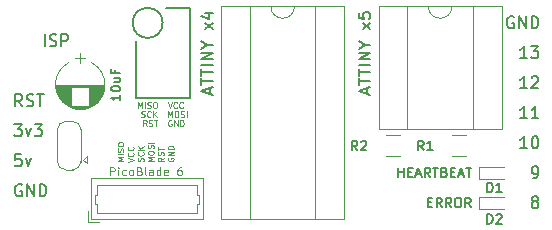
<source format=gto>
G04 #@! TF.GenerationSoftware,KiCad,Pcbnew,5.0.2-bee76a0~70~ubuntu18.04.1*
G04 #@! TF.CreationDate,2019-03-01T14:38:36+01:00*
G04 #@! TF.ProjectId,skewboards,736b6577-626f-4617-9264-732e6b696361,rev?*
G04 #@! TF.SameCoordinates,Original*
G04 #@! TF.FileFunction,Legend,Top*
G04 #@! TF.FilePolarity,Positive*
%FSLAX46Y46*%
G04 Gerber Fmt 4.6, Leading zero omitted, Abs format (unit mm)*
G04 Created by KiCad (PCBNEW 5.0.2-bee76a0~70~ubuntu18.04.1) date ven. 01 mars 2019 14:38:36 CET*
%MOMM*%
%LPD*%
G01*
G04 APERTURE LIST*
%ADD10C,0.100000*%
%ADD11C,0.120000*%
%ADD12C,0.150000*%
%ADD13C,0.200000*%
G04 APERTURE END LIST*
D10*
X67561833Y-37347190D02*
X67395166Y-37109095D01*
X67276119Y-37347190D02*
X67276119Y-36847190D01*
X67466595Y-36847190D01*
X67514214Y-36871000D01*
X67538023Y-36894809D01*
X67561833Y-36942428D01*
X67561833Y-37013857D01*
X67538023Y-37061476D01*
X67514214Y-37085285D01*
X67466595Y-37109095D01*
X67276119Y-37109095D01*
X67752309Y-37323380D02*
X67823738Y-37347190D01*
X67942785Y-37347190D01*
X67990404Y-37323380D01*
X68014214Y-37299571D01*
X68038023Y-37251952D01*
X68038023Y-37204333D01*
X68014214Y-37156714D01*
X67990404Y-37132904D01*
X67942785Y-37109095D01*
X67847547Y-37085285D01*
X67799928Y-37061476D01*
X67776119Y-37037666D01*
X67752309Y-36990047D01*
X67752309Y-36942428D01*
X67776119Y-36894809D01*
X67799928Y-36871000D01*
X67847547Y-36847190D01*
X67966595Y-36847190D01*
X68038023Y-36871000D01*
X68180880Y-36847190D02*
X68466595Y-36847190D01*
X68323738Y-37347190D02*
X68323738Y-36847190D01*
X69657071Y-36871000D02*
X69609452Y-36847190D01*
X69538023Y-36847190D01*
X69466595Y-36871000D01*
X69418976Y-36918619D01*
X69395166Y-36966238D01*
X69371357Y-37061476D01*
X69371357Y-37132904D01*
X69395166Y-37228142D01*
X69418976Y-37275761D01*
X69466595Y-37323380D01*
X69538023Y-37347190D01*
X69585642Y-37347190D01*
X69657071Y-37323380D01*
X69680880Y-37299571D01*
X69680880Y-37132904D01*
X69585642Y-37132904D01*
X69895166Y-37347190D02*
X69895166Y-36847190D01*
X70180880Y-37347190D01*
X70180880Y-36847190D01*
X70418976Y-37347190D02*
X70418976Y-36847190D01*
X70538023Y-36847190D01*
X70609452Y-36871000D01*
X70657071Y-36918619D01*
X70680880Y-36966238D01*
X70704690Y-37061476D01*
X70704690Y-37132904D01*
X70680880Y-37228142D01*
X70657071Y-37275761D01*
X70609452Y-37323380D01*
X70538023Y-37347190D01*
X70418976Y-37347190D01*
X67113428Y-36561380D02*
X67184857Y-36585190D01*
X67303904Y-36585190D01*
X67351523Y-36561380D01*
X67375333Y-36537571D01*
X67399142Y-36489952D01*
X67399142Y-36442333D01*
X67375333Y-36394714D01*
X67351523Y-36370904D01*
X67303904Y-36347095D01*
X67208666Y-36323285D01*
X67161047Y-36299476D01*
X67137238Y-36275666D01*
X67113428Y-36228047D01*
X67113428Y-36180428D01*
X67137238Y-36132809D01*
X67161047Y-36109000D01*
X67208666Y-36085190D01*
X67327714Y-36085190D01*
X67399142Y-36109000D01*
X67899142Y-36537571D02*
X67875333Y-36561380D01*
X67803904Y-36585190D01*
X67756285Y-36585190D01*
X67684857Y-36561380D01*
X67637238Y-36513761D01*
X67613428Y-36466142D01*
X67589619Y-36370904D01*
X67589619Y-36299476D01*
X67613428Y-36204238D01*
X67637238Y-36156619D01*
X67684857Y-36109000D01*
X67756285Y-36085190D01*
X67803904Y-36085190D01*
X67875333Y-36109000D01*
X67899142Y-36132809D01*
X68113428Y-36585190D02*
X68113428Y-36085190D01*
X68399142Y-36585190D02*
X68184857Y-36299476D01*
X68399142Y-36085190D02*
X68113428Y-36370904D01*
X69375333Y-36585190D02*
X69375333Y-36085190D01*
X69542000Y-36442333D01*
X69708666Y-36085190D01*
X69708666Y-36585190D01*
X70042000Y-36085190D02*
X70137238Y-36085190D01*
X70184857Y-36109000D01*
X70232476Y-36156619D01*
X70256285Y-36251857D01*
X70256285Y-36418523D01*
X70232476Y-36513761D01*
X70184857Y-36561380D01*
X70137238Y-36585190D01*
X70042000Y-36585190D01*
X69994380Y-36561380D01*
X69946761Y-36513761D01*
X69922952Y-36418523D01*
X69922952Y-36251857D01*
X69946761Y-36156619D01*
X69994380Y-36109000D01*
X70042000Y-36085190D01*
X70446761Y-36561380D02*
X70518190Y-36585190D01*
X70637238Y-36585190D01*
X70684857Y-36561380D01*
X70708666Y-36537571D01*
X70732476Y-36489952D01*
X70732476Y-36442333D01*
X70708666Y-36394714D01*
X70684857Y-36370904D01*
X70637238Y-36347095D01*
X70542000Y-36323285D01*
X70494380Y-36299476D01*
X70470571Y-36275666D01*
X70446761Y-36228047D01*
X70446761Y-36180428D01*
X70470571Y-36132809D01*
X70494380Y-36109000D01*
X70542000Y-36085190D01*
X70661047Y-36085190D01*
X70732476Y-36109000D01*
X70946761Y-36585190D02*
X70946761Y-36085190D01*
X66843547Y-35823190D02*
X66843547Y-35323190D01*
X67010214Y-35680333D01*
X67176880Y-35323190D01*
X67176880Y-35823190D01*
X67414976Y-35823190D02*
X67414976Y-35323190D01*
X67629261Y-35799380D02*
X67700690Y-35823190D01*
X67819738Y-35823190D01*
X67867357Y-35799380D01*
X67891166Y-35775571D01*
X67914976Y-35727952D01*
X67914976Y-35680333D01*
X67891166Y-35632714D01*
X67867357Y-35608904D01*
X67819738Y-35585095D01*
X67724500Y-35561285D01*
X67676880Y-35537476D01*
X67653071Y-35513666D01*
X67629261Y-35466047D01*
X67629261Y-35418428D01*
X67653071Y-35370809D01*
X67676880Y-35347000D01*
X67724500Y-35323190D01*
X67843547Y-35323190D01*
X67914976Y-35347000D01*
X68224500Y-35323190D02*
X68319738Y-35323190D01*
X68367357Y-35347000D01*
X68414976Y-35394619D01*
X68438785Y-35489857D01*
X68438785Y-35656523D01*
X68414976Y-35751761D01*
X68367357Y-35799380D01*
X68319738Y-35823190D01*
X68224500Y-35823190D01*
X68176880Y-35799380D01*
X68129261Y-35751761D01*
X68105452Y-35656523D01*
X68105452Y-35489857D01*
X68129261Y-35394619D01*
X68176880Y-35347000D01*
X68224500Y-35323190D01*
X69343547Y-35323190D02*
X69510214Y-35823190D01*
X69676880Y-35323190D01*
X70129261Y-35775571D02*
X70105452Y-35799380D01*
X70034023Y-35823190D01*
X69986404Y-35823190D01*
X69914976Y-35799380D01*
X69867357Y-35751761D01*
X69843547Y-35704142D01*
X69819738Y-35608904D01*
X69819738Y-35537476D01*
X69843547Y-35442238D01*
X69867357Y-35394619D01*
X69914976Y-35347000D01*
X69986404Y-35323190D01*
X70034023Y-35323190D01*
X70105452Y-35347000D01*
X70129261Y-35370809D01*
X70629261Y-35775571D02*
X70605452Y-35799380D01*
X70534023Y-35823190D01*
X70486404Y-35823190D01*
X70414976Y-35799380D01*
X70367357Y-35751761D01*
X70343547Y-35704142D01*
X70319738Y-35608904D01*
X70319738Y-35537476D01*
X70343547Y-35442238D01*
X70367357Y-35394619D01*
X70414976Y-35347000D01*
X70486404Y-35323190D01*
X70534023Y-35323190D01*
X70605452Y-35347000D01*
X70629261Y-35370809D01*
X65601190Y-40315952D02*
X65101190Y-40315952D01*
X65458333Y-40149285D01*
X65101190Y-39982619D01*
X65601190Y-39982619D01*
X65601190Y-39744523D02*
X65101190Y-39744523D01*
X65577380Y-39530238D02*
X65601190Y-39458809D01*
X65601190Y-39339761D01*
X65577380Y-39292142D01*
X65553571Y-39268333D01*
X65505952Y-39244523D01*
X65458333Y-39244523D01*
X65410714Y-39268333D01*
X65386904Y-39292142D01*
X65363095Y-39339761D01*
X65339285Y-39435000D01*
X65315476Y-39482619D01*
X65291666Y-39506428D01*
X65244047Y-39530238D01*
X65196428Y-39530238D01*
X65148809Y-39506428D01*
X65125000Y-39482619D01*
X65101190Y-39435000D01*
X65101190Y-39315952D01*
X65125000Y-39244523D01*
X65101190Y-38935000D02*
X65101190Y-38839761D01*
X65125000Y-38792142D01*
X65172619Y-38744523D01*
X65267857Y-38720714D01*
X65434523Y-38720714D01*
X65529761Y-38744523D01*
X65577380Y-38792142D01*
X65601190Y-38839761D01*
X65601190Y-38935000D01*
X65577380Y-38982619D01*
X65529761Y-39030238D01*
X65434523Y-39054047D01*
X65267857Y-39054047D01*
X65172619Y-39030238D01*
X65125000Y-38982619D01*
X65101190Y-38935000D01*
X65951190Y-40387380D02*
X66451190Y-40220714D01*
X65951190Y-40054047D01*
X66403571Y-39601666D02*
X66427380Y-39625476D01*
X66451190Y-39696904D01*
X66451190Y-39744523D01*
X66427380Y-39815952D01*
X66379761Y-39863571D01*
X66332142Y-39887380D01*
X66236904Y-39911190D01*
X66165476Y-39911190D01*
X66070238Y-39887380D01*
X66022619Y-39863571D01*
X65975000Y-39815952D01*
X65951190Y-39744523D01*
X65951190Y-39696904D01*
X65975000Y-39625476D01*
X65998809Y-39601666D01*
X66403571Y-39101666D02*
X66427380Y-39125476D01*
X66451190Y-39196904D01*
X66451190Y-39244523D01*
X66427380Y-39315952D01*
X66379761Y-39363571D01*
X66332142Y-39387380D01*
X66236904Y-39411190D01*
X66165476Y-39411190D01*
X66070238Y-39387380D01*
X66022619Y-39363571D01*
X65975000Y-39315952D01*
X65951190Y-39244523D01*
X65951190Y-39196904D01*
X65975000Y-39125476D01*
X65998809Y-39101666D01*
X67277380Y-40339761D02*
X67301190Y-40268333D01*
X67301190Y-40149285D01*
X67277380Y-40101666D01*
X67253571Y-40077857D01*
X67205952Y-40054047D01*
X67158333Y-40054047D01*
X67110714Y-40077857D01*
X67086904Y-40101666D01*
X67063095Y-40149285D01*
X67039285Y-40244523D01*
X67015476Y-40292142D01*
X66991666Y-40315952D01*
X66944047Y-40339761D01*
X66896428Y-40339761D01*
X66848809Y-40315952D01*
X66825000Y-40292142D01*
X66801190Y-40244523D01*
X66801190Y-40125476D01*
X66825000Y-40054047D01*
X67253571Y-39554047D02*
X67277380Y-39577857D01*
X67301190Y-39649285D01*
X67301190Y-39696904D01*
X67277380Y-39768333D01*
X67229761Y-39815952D01*
X67182142Y-39839761D01*
X67086904Y-39863571D01*
X67015476Y-39863571D01*
X66920238Y-39839761D01*
X66872619Y-39815952D01*
X66825000Y-39768333D01*
X66801190Y-39696904D01*
X66801190Y-39649285D01*
X66825000Y-39577857D01*
X66848809Y-39554047D01*
X67301190Y-39339761D02*
X66801190Y-39339761D01*
X67301190Y-39054047D02*
X67015476Y-39268333D01*
X66801190Y-39054047D02*
X67086904Y-39339761D01*
X68151190Y-40315952D02*
X67651190Y-40315952D01*
X68008333Y-40149285D01*
X67651190Y-39982619D01*
X68151190Y-39982619D01*
X67651190Y-39649285D02*
X67651190Y-39554047D01*
X67675000Y-39506428D01*
X67722619Y-39458809D01*
X67817857Y-39435000D01*
X67984523Y-39435000D01*
X68079761Y-39458809D01*
X68127380Y-39506428D01*
X68151190Y-39554047D01*
X68151190Y-39649285D01*
X68127380Y-39696904D01*
X68079761Y-39744523D01*
X67984523Y-39768333D01*
X67817857Y-39768333D01*
X67722619Y-39744523D01*
X67675000Y-39696904D01*
X67651190Y-39649285D01*
X68127380Y-39244523D02*
X68151190Y-39173095D01*
X68151190Y-39054047D01*
X68127380Y-39006428D01*
X68103571Y-38982619D01*
X68055952Y-38958809D01*
X68008333Y-38958809D01*
X67960714Y-38982619D01*
X67936904Y-39006428D01*
X67913095Y-39054047D01*
X67889285Y-39149285D01*
X67865476Y-39196904D01*
X67841666Y-39220714D01*
X67794047Y-39244523D01*
X67746428Y-39244523D01*
X67698809Y-39220714D01*
X67675000Y-39196904D01*
X67651190Y-39149285D01*
X67651190Y-39030238D01*
X67675000Y-38958809D01*
X68151190Y-38744523D02*
X67651190Y-38744523D01*
X69001190Y-40030238D02*
X68763095Y-40196904D01*
X69001190Y-40315952D02*
X68501190Y-40315952D01*
X68501190Y-40125476D01*
X68525000Y-40077857D01*
X68548809Y-40054047D01*
X68596428Y-40030238D01*
X68667857Y-40030238D01*
X68715476Y-40054047D01*
X68739285Y-40077857D01*
X68763095Y-40125476D01*
X68763095Y-40315952D01*
X68977380Y-39839761D02*
X69001190Y-39768333D01*
X69001190Y-39649285D01*
X68977380Y-39601666D01*
X68953571Y-39577857D01*
X68905952Y-39554047D01*
X68858333Y-39554047D01*
X68810714Y-39577857D01*
X68786904Y-39601666D01*
X68763095Y-39649285D01*
X68739285Y-39744523D01*
X68715476Y-39792142D01*
X68691666Y-39815952D01*
X68644047Y-39839761D01*
X68596428Y-39839761D01*
X68548809Y-39815952D01*
X68525000Y-39792142D01*
X68501190Y-39744523D01*
X68501190Y-39625476D01*
X68525000Y-39554047D01*
X68501190Y-39411190D02*
X68501190Y-39125476D01*
X69001190Y-39268333D02*
X68501190Y-39268333D01*
X69375000Y-40054047D02*
X69351190Y-40101666D01*
X69351190Y-40173095D01*
X69375000Y-40244523D01*
X69422619Y-40292142D01*
X69470238Y-40315952D01*
X69565476Y-40339761D01*
X69636904Y-40339761D01*
X69732142Y-40315952D01*
X69779761Y-40292142D01*
X69827380Y-40244523D01*
X69851190Y-40173095D01*
X69851190Y-40125476D01*
X69827380Y-40054047D01*
X69803571Y-40030238D01*
X69636904Y-40030238D01*
X69636904Y-40125476D01*
X69851190Y-39815952D02*
X69351190Y-39815952D01*
X69851190Y-39530238D01*
X69351190Y-39530238D01*
X69851190Y-39292142D02*
X69351190Y-39292142D01*
X69351190Y-39173095D01*
X69375000Y-39101666D01*
X69422619Y-39054047D01*
X69470238Y-39030238D01*
X69565476Y-39006428D01*
X69636904Y-39006428D01*
X69732142Y-39030238D01*
X69779761Y-39054047D01*
X69827380Y-39101666D01*
X69851190Y-39173095D01*
X69851190Y-39292142D01*
D11*
X64466666Y-41494047D02*
X64466666Y-40844047D01*
X64733333Y-40844047D01*
X64800000Y-40875000D01*
X64833333Y-40905952D01*
X64866666Y-40967857D01*
X64866666Y-41060714D01*
X64833333Y-41122619D01*
X64800000Y-41153571D01*
X64733333Y-41184523D01*
X64466666Y-41184523D01*
X65166666Y-41494047D02*
X65166666Y-41060714D01*
X65166666Y-40844047D02*
X65133333Y-40875000D01*
X65166666Y-40905952D01*
X65200000Y-40875000D01*
X65166666Y-40844047D01*
X65166666Y-40905952D01*
X65800000Y-41463095D02*
X65733333Y-41494047D01*
X65600000Y-41494047D01*
X65533333Y-41463095D01*
X65500000Y-41432142D01*
X65466666Y-41370238D01*
X65466666Y-41184523D01*
X65500000Y-41122619D01*
X65533333Y-41091666D01*
X65600000Y-41060714D01*
X65733333Y-41060714D01*
X65800000Y-41091666D01*
X66200000Y-41494047D02*
X66133333Y-41463095D01*
X66100000Y-41432142D01*
X66066666Y-41370238D01*
X66066666Y-41184523D01*
X66100000Y-41122619D01*
X66133333Y-41091666D01*
X66200000Y-41060714D01*
X66300000Y-41060714D01*
X66366666Y-41091666D01*
X66400000Y-41122619D01*
X66433333Y-41184523D01*
X66433333Y-41370238D01*
X66400000Y-41432142D01*
X66366666Y-41463095D01*
X66300000Y-41494047D01*
X66200000Y-41494047D01*
X66966666Y-41153571D02*
X67066666Y-41184523D01*
X67100000Y-41215476D01*
X67133333Y-41277380D01*
X67133333Y-41370238D01*
X67100000Y-41432142D01*
X67066666Y-41463095D01*
X67000000Y-41494047D01*
X66733333Y-41494047D01*
X66733333Y-40844047D01*
X66966666Y-40844047D01*
X67033333Y-40875000D01*
X67066666Y-40905952D01*
X67100000Y-40967857D01*
X67100000Y-41029761D01*
X67066666Y-41091666D01*
X67033333Y-41122619D01*
X66966666Y-41153571D01*
X66733333Y-41153571D01*
X67533333Y-41494047D02*
X67466666Y-41463095D01*
X67433333Y-41401190D01*
X67433333Y-40844047D01*
X68100000Y-41494047D02*
X68100000Y-41153571D01*
X68066666Y-41091666D01*
X68000000Y-41060714D01*
X67866666Y-41060714D01*
X67800000Y-41091666D01*
X68100000Y-41463095D02*
X68033333Y-41494047D01*
X67866666Y-41494047D01*
X67800000Y-41463095D01*
X67766666Y-41401190D01*
X67766666Y-41339285D01*
X67800000Y-41277380D01*
X67866666Y-41246428D01*
X68033333Y-41246428D01*
X68100000Y-41215476D01*
X68733333Y-41494047D02*
X68733333Y-40844047D01*
X68733333Y-41463095D02*
X68666666Y-41494047D01*
X68533333Y-41494047D01*
X68466666Y-41463095D01*
X68433333Y-41432142D01*
X68400000Y-41370238D01*
X68400000Y-41184523D01*
X68433333Y-41122619D01*
X68466666Y-41091666D01*
X68533333Y-41060714D01*
X68666666Y-41060714D01*
X68733333Y-41091666D01*
X69333333Y-41463095D02*
X69266666Y-41494047D01*
X69133333Y-41494047D01*
X69066666Y-41463095D01*
X69033333Y-41401190D01*
X69033333Y-41153571D01*
X69066666Y-41091666D01*
X69133333Y-41060714D01*
X69266666Y-41060714D01*
X69333333Y-41091666D01*
X69366666Y-41153571D01*
X69366666Y-41215476D01*
X69033333Y-41277380D01*
X70500000Y-40844047D02*
X70366666Y-40844047D01*
X70300000Y-40875000D01*
X70266666Y-40905952D01*
X70200000Y-40998809D01*
X70166666Y-41122619D01*
X70166666Y-41370238D01*
X70200000Y-41432142D01*
X70233333Y-41463095D01*
X70300000Y-41494047D01*
X70433333Y-41494047D01*
X70500000Y-41463095D01*
X70533333Y-41432142D01*
X70566666Y-41370238D01*
X70566666Y-41215476D01*
X70533333Y-41153571D01*
X70500000Y-41122619D01*
X70433333Y-41091666D01*
X70300000Y-41091666D01*
X70233333Y-41122619D01*
X70200000Y-41153571D01*
X70166666Y-41215476D01*
D12*
X58921809Y-30588380D02*
X58921809Y-29588380D01*
X59350380Y-30540761D02*
X59493238Y-30588380D01*
X59731333Y-30588380D01*
X59826571Y-30540761D01*
X59874190Y-30493142D01*
X59921809Y-30397904D01*
X59921809Y-30302666D01*
X59874190Y-30207428D01*
X59826571Y-30159809D01*
X59731333Y-30112190D01*
X59540857Y-30064571D01*
X59445619Y-30016952D01*
X59398000Y-29969333D01*
X59350380Y-29874095D01*
X59350380Y-29778857D01*
X59398000Y-29683619D01*
X59445619Y-29636000D01*
X59540857Y-29588380D01*
X59778952Y-29588380D01*
X59921809Y-29636000D01*
X60350380Y-30588380D02*
X60350380Y-29588380D01*
X60731333Y-29588380D01*
X60826571Y-29636000D01*
X60874190Y-29683619D01*
X60921809Y-29778857D01*
X60921809Y-29921714D01*
X60874190Y-30016952D01*
X60826571Y-30064571D01*
X60731333Y-30112190D01*
X60350380Y-30112190D01*
D13*
X56979904Y-42336000D02*
X56884666Y-42288380D01*
X56741809Y-42288380D01*
X56598952Y-42336000D01*
X56503714Y-42431238D01*
X56456095Y-42526476D01*
X56408476Y-42716952D01*
X56408476Y-42859809D01*
X56456095Y-43050285D01*
X56503714Y-43145523D01*
X56598952Y-43240761D01*
X56741809Y-43288380D01*
X56837047Y-43288380D01*
X56979904Y-43240761D01*
X57027523Y-43193142D01*
X57027523Y-42859809D01*
X56837047Y-42859809D01*
X57456095Y-43288380D02*
X57456095Y-42288380D01*
X58027523Y-43288380D01*
X58027523Y-42288380D01*
X58503714Y-43288380D02*
X58503714Y-42288380D01*
X58741809Y-42288380D01*
X58884666Y-42336000D01*
X58979904Y-42431238D01*
X59027523Y-42526476D01*
X59075142Y-42716952D01*
X59075142Y-42859809D01*
X59027523Y-43050285D01*
X58979904Y-43145523D01*
X58884666Y-43240761D01*
X58741809Y-43288380D01*
X58503714Y-43288380D01*
X56932285Y-39748380D02*
X56456095Y-39748380D01*
X56408476Y-40224571D01*
X56456095Y-40176952D01*
X56551333Y-40129333D01*
X56789428Y-40129333D01*
X56884666Y-40176952D01*
X56932285Y-40224571D01*
X56979904Y-40319809D01*
X56979904Y-40557904D01*
X56932285Y-40653142D01*
X56884666Y-40700761D01*
X56789428Y-40748380D01*
X56551333Y-40748380D01*
X56456095Y-40700761D01*
X56408476Y-40653142D01*
X57313238Y-40081714D02*
X57551333Y-40748380D01*
X57789428Y-40081714D01*
X56360857Y-37208380D02*
X56979904Y-37208380D01*
X56646571Y-37589333D01*
X56789428Y-37589333D01*
X56884666Y-37636952D01*
X56932285Y-37684571D01*
X56979904Y-37779809D01*
X56979904Y-38017904D01*
X56932285Y-38113142D01*
X56884666Y-38160761D01*
X56789428Y-38208380D01*
X56503714Y-38208380D01*
X56408476Y-38160761D01*
X56360857Y-38113142D01*
X57313238Y-37541714D02*
X57551333Y-38208380D01*
X57789428Y-37541714D01*
X58075142Y-37208380D02*
X58694190Y-37208380D01*
X58360857Y-37589333D01*
X58503714Y-37589333D01*
X58598952Y-37636952D01*
X58646571Y-37684571D01*
X58694190Y-37779809D01*
X58694190Y-38017904D01*
X58646571Y-38113142D01*
X58598952Y-38160761D01*
X58503714Y-38208380D01*
X58218000Y-38208380D01*
X58122761Y-38160761D01*
X58075142Y-38113142D01*
X57027523Y-35668380D02*
X56694190Y-35192190D01*
X56456095Y-35668380D02*
X56456095Y-34668380D01*
X56837047Y-34668380D01*
X56932285Y-34716000D01*
X56979904Y-34763619D01*
X57027523Y-34858857D01*
X57027523Y-35001714D01*
X56979904Y-35096952D01*
X56932285Y-35144571D01*
X56837047Y-35192190D01*
X56456095Y-35192190D01*
X57408476Y-35620761D02*
X57551333Y-35668380D01*
X57789428Y-35668380D01*
X57884666Y-35620761D01*
X57932285Y-35573142D01*
X57979904Y-35477904D01*
X57979904Y-35382666D01*
X57932285Y-35287428D01*
X57884666Y-35239809D01*
X57789428Y-35192190D01*
X57598952Y-35144571D01*
X57503714Y-35096952D01*
X57456095Y-35049333D01*
X57408476Y-34954095D01*
X57408476Y-34858857D01*
X57456095Y-34763619D01*
X57503714Y-34716000D01*
X57598952Y-34668380D01*
X57837047Y-34668380D01*
X57979904Y-34716000D01*
X58265619Y-34668380D02*
X58837047Y-34668380D01*
X58551333Y-35668380D02*
X58551333Y-34668380D01*
X100344571Y-43732952D02*
X100249333Y-43685333D01*
X100201714Y-43637714D01*
X100154095Y-43542476D01*
X100154095Y-43494857D01*
X100201714Y-43399619D01*
X100249333Y-43352000D01*
X100344571Y-43304380D01*
X100535047Y-43304380D01*
X100630285Y-43352000D01*
X100677904Y-43399619D01*
X100725523Y-43494857D01*
X100725523Y-43542476D01*
X100677904Y-43637714D01*
X100630285Y-43685333D01*
X100535047Y-43732952D01*
X100344571Y-43732952D01*
X100249333Y-43780571D01*
X100201714Y-43828190D01*
X100154095Y-43923428D01*
X100154095Y-44113904D01*
X100201714Y-44209142D01*
X100249333Y-44256761D01*
X100344571Y-44304380D01*
X100535047Y-44304380D01*
X100630285Y-44256761D01*
X100677904Y-44209142D01*
X100725523Y-44113904D01*
X100725523Y-43923428D01*
X100677904Y-43828190D01*
X100630285Y-43780571D01*
X100535047Y-43732952D01*
X100249333Y-41764380D02*
X100439809Y-41764380D01*
X100535047Y-41716761D01*
X100582666Y-41669142D01*
X100677904Y-41526285D01*
X100725523Y-41335809D01*
X100725523Y-40954857D01*
X100677904Y-40859619D01*
X100630285Y-40812000D01*
X100535047Y-40764380D01*
X100344571Y-40764380D01*
X100249333Y-40812000D01*
X100201714Y-40859619D01*
X100154095Y-40954857D01*
X100154095Y-41192952D01*
X100201714Y-41288190D01*
X100249333Y-41335809D01*
X100344571Y-41383428D01*
X100535047Y-41383428D01*
X100630285Y-41335809D01*
X100677904Y-41288190D01*
X100725523Y-41192952D01*
X99773142Y-39224380D02*
X99201714Y-39224380D01*
X99487428Y-39224380D02*
X99487428Y-38224380D01*
X99392190Y-38367238D01*
X99296952Y-38462476D01*
X99201714Y-38510095D01*
X100392190Y-38224380D02*
X100487428Y-38224380D01*
X100582666Y-38272000D01*
X100630285Y-38319619D01*
X100677904Y-38414857D01*
X100725523Y-38605333D01*
X100725523Y-38843428D01*
X100677904Y-39033904D01*
X100630285Y-39129142D01*
X100582666Y-39176761D01*
X100487428Y-39224380D01*
X100392190Y-39224380D01*
X100296952Y-39176761D01*
X100249333Y-39129142D01*
X100201714Y-39033904D01*
X100154095Y-38843428D01*
X100154095Y-38605333D01*
X100201714Y-38414857D01*
X100249333Y-38319619D01*
X100296952Y-38272000D01*
X100392190Y-38224380D01*
X99773142Y-36684380D02*
X99201714Y-36684380D01*
X99487428Y-36684380D02*
X99487428Y-35684380D01*
X99392190Y-35827238D01*
X99296952Y-35922476D01*
X99201714Y-35970095D01*
X100725523Y-36684380D02*
X100154095Y-36684380D01*
X100439809Y-36684380D02*
X100439809Y-35684380D01*
X100344571Y-35827238D01*
X100249333Y-35922476D01*
X100154095Y-35970095D01*
X99773142Y-34144380D02*
X99201714Y-34144380D01*
X99487428Y-34144380D02*
X99487428Y-33144380D01*
X99392190Y-33287238D01*
X99296952Y-33382476D01*
X99201714Y-33430095D01*
X100154095Y-33239619D02*
X100201714Y-33192000D01*
X100296952Y-33144380D01*
X100535047Y-33144380D01*
X100630285Y-33192000D01*
X100677904Y-33239619D01*
X100725523Y-33334857D01*
X100725523Y-33430095D01*
X100677904Y-33572952D01*
X100106476Y-34144380D01*
X100725523Y-34144380D01*
X99773142Y-31604380D02*
X99201714Y-31604380D01*
X99487428Y-31604380D02*
X99487428Y-30604380D01*
X99392190Y-30747238D01*
X99296952Y-30842476D01*
X99201714Y-30890095D01*
X100106476Y-30604380D02*
X100725523Y-30604380D01*
X100392190Y-30985333D01*
X100535047Y-30985333D01*
X100630285Y-31032952D01*
X100677904Y-31080571D01*
X100725523Y-31175809D01*
X100725523Y-31413904D01*
X100677904Y-31509142D01*
X100630285Y-31556761D01*
X100535047Y-31604380D01*
X100249333Y-31604380D01*
X100154095Y-31556761D01*
X100106476Y-31509142D01*
X98630285Y-28112000D02*
X98535047Y-28064380D01*
X98392190Y-28064380D01*
X98249333Y-28112000D01*
X98154095Y-28207238D01*
X98106476Y-28302476D01*
X98058857Y-28492952D01*
X98058857Y-28635809D01*
X98106476Y-28826285D01*
X98154095Y-28921523D01*
X98249333Y-29016761D01*
X98392190Y-29064380D01*
X98487428Y-29064380D01*
X98630285Y-29016761D01*
X98677904Y-28969142D01*
X98677904Y-28635809D01*
X98487428Y-28635809D01*
X99106476Y-29064380D02*
X99106476Y-28064380D01*
X99677904Y-29064380D01*
X99677904Y-28064380D01*
X100154095Y-29064380D02*
X100154095Y-28064380D01*
X100392190Y-28064380D01*
X100535047Y-28112000D01*
X100630285Y-28207238D01*
X100677904Y-28302476D01*
X100725523Y-28492952D01*
X100725523Y-28635809D01*
X100677904Y-28826285D01*
X100630285Y-28921523D01*
X100535047Y-29016761D01*
X100392190Y-29064380D01*
X100154095Y-29064380D01*
D12*
G04 #@! TO.C,J4*
X66629000Y-30136000D02*
X66629000Y-34962000D01*
X71201000Y-27342000D02*
X69169000Y-27342000D01*
X68915000Y-28612000D02*
G75*
G03X68915000Y-28612000I-1270000J0D01*
G01*
X71201000Y-27342000D02*
X71201000Y-34962000D01*
X71201000Y-34962000D02*
X66629000Y-34962000D01*
D11*
G04 #@! TO.C,C1*
X62909170Y-35681436D02*
G75*
G03X62910000Y-31989004I-979170J1846436D01*
G01*
X60950830Y-35681436D02*
G75*
G02X60950000Y-31989004I979170J1846436D01*
G01*
X60950830Y-35681436D02*
G75*
G03X62910000Y-35680996I979170J1846436D01*
G01*
X63980000Y-33835000D02*
X59880000Y-33835000D01*
X63980000Y-33875000D02*
X59880000Y-33875000D01*
X63979000Y-33915000D02*
X59881000Y-33915000D01*
X63977000Y-33955000D02*
X59883000Y-33955000D01*
X63974000Y-33995000D02*
X59886000Y-33995000D01*
X63971000Y-34035000D02*
X59889000Y-34035000D01*
X63967000Y-34075000D02*
X62710000Y-34075000D01*
X61150000Y-34075000D02*
X59893000Y-34075000D01*
X63962000Y-34115000D02*
X62710000Y-34115000D01*
X61150000Y-34115000D02*
X59898000Y-34115000D01*
X63956000Y-34155000D02*
X62710000Y-34155000D01*
X61150000Y-34155000D02*
X59904000Y-34155000D01*
X63949000Y-34195000D02*
X62710000Y-34195000D01*
X61150000Y-34195000D02*
X59911000Y-34195000D01*
X63942000Y-34235000D02*
X62710000Y-34235000D01*
X61150000Y-34235000D02*
X59918000Y-34235000D01*
X63934000Y-34275000D02*
X62710000Y-34275000D01*
X61150000Y-34275000D02*
X59926000Y-34275000D01*
X63925000Y-34315000D02*
X62710000Y-34315000D01*
X61150000Y-34315000D02*
X59935000Y-34315000D01*
X63915000Y-34355000D02*
X62710000Y-34355000D01*
X61150000Y-34355000D02*
X59945000Y-34355000D01*
X63904000Y-34395000D02*
X62710000Y-34395000D01*
X61150000Y-34395000D02*
X59956000Y-34395000D01*
X63893000Y-34435000D02*
X62710000Y-34435000D01*
X61150000Y-34435000D02*
X59967000Y-34435000D01*
X63880000Y-34475000D02*
X62710000Y-34475000D01*
X61150000Y-34475000D02*
X59980000Y-34475000D01*
X63867000Y-34515000D02*
X62710000Y-34515000D01*
X61150000Y-34515000D02*
X59993000Y-34515000D01*
X63853000Y-34556000D02*
X62710000Y-34556000D01*
X61150000Y-34556000D02*
X60007000Y-34556000D01*
X63837000Y-34596000D02*
X62710000Y-34596000D01*
X61150000Y-34596000D02*
X60023000Y-34596000D01*
X63821000Y-34636000D02*
X62710000Y-34636000D01*
X61150000Y-34636000D02*
X60039000Y-34636000D01*
X63804000Y-34676000D02*
X62710000Y-34676000D01*
X61150000Y-34676000D02*
X60056000Y-34676000D01*
X63786000Y-34716000D02*
X62710000Y-34716000D01*
X61150000Y-34716000D02*
X60074000Y-34716000D01*
X63767000Y-34756000D02*
X62710000Y-34756000D01*
X61150000Y-34756000D02*
X60093000Y-34756000D01*
X63747000Y-34796000D02*
X62710000Y-34796000D01*
X61150000Y-34796000D02*
X60113000Y-34796000D01*
X63726000Y-34836000D02*
X62710000Y-34836000D01*
X61150000Y-34836000D02*
X60134000Y-34836000D01*
X63703000Y-34876000D02*
X62710000Y-34876000D01*
X61150000Y-34876000D02*
X60157000Y-34876000D01*
X63680000Y-34916000D02*
X62710000Y-34916000D01*
X61150000Y-34916000D02*
X60180000Y-34916000D01*
X63655000Y-34956000D02*
X62710000Y-34956000D01*
X61150000Y-34956000D02*
X60205000Y-34956000D01*
X63629000Y-34996000D02*
X62710000Y-34996000D01*
X61150000Y-34996000D02*
X60231000Y-34996000D01*
X63602000Y-35036000D02*
X62710000Y-35036000D01*
X61150000Y-35036000D02*
X60258000Y-35036000D01*
X63573000Y-35076000D02*
X62710000Y-35076000D01*
X61150000Y-35076000D02*
X60287000Y-35076000D01*
X63543000Y-35116000D02*
X62710000Y-35116000D01*
X61150000Y-35116000D02*
X60317000Y-35116000D01*
X63511000Y-35156000D02*
X62710000Y-35156000D01*
X61150000Y-35156000D02*
X60349000Y-35156000D01*
X63477000Y-35196000D02*
X62710000Y-35196000D01*
X61150000Y-35196000D02*
X60383000Y-35196000D01*
X63442000Y-35236000D02*
X62710000Y-35236000D01*
X61150000Y-35236000D02*
X60418000Y-35236000D01*
X63405000Y-35276000D02*
X62710000Y-35276000D01*
X61150000Y-35276000D02*
X60455000Y-35276000D01*
X63366000Y-35316000D02*
X62710000Y-35316000D01*
X61150000Y-35316000D02*
X60494000Y-35316000D01*
X63325000Y-35356000D02*
X62710000Y-35356000D01*
X61150000Y-35356000D02*
X60535000Y-35356000D01*
X63281000Y-35396000D02*
X62710000Y-35396000D01*
X61150000Y-35396000D02*
X60579000Y-35396000D01*
X63235000Y-35436000D02*
X62710000Y-35436000D01*
X61150000Y-35436000D02*
X60625000Y-35436000D01*
X63186000Y-35476000D02*
X62710000Y-35476000D01*
X61150000Y-35476000D02*
X60674000Y-35476000D01*
X63134000Y-35516000D02*
X62710000Y-35516000D01*
X61150000Y-35516000D02*
X60726000Y-35516000D01*
X63078000Y-35556000D02*
X62710000Y-35556000D01*
X61150000Y-35556000D02*
X60782000Y-35556000D01*
X63018000Y-35596000D02*
X62710000Y-35596000D01*
X61150000Y-35596000D02*
X60842000Y-35596000D01*
X62953000Y-35636000D02*
X60907000Y-35636000D01*
X62882000Y-35676000D02*
X60978000Y-35676000D01*
X62804000Y-35716000D02*
X61056000Y-35716000D01*
X62716000Y-35756000D02*
X61144000Y-35756000D01*
X62616000Y-35796000D02*
X61244000Y-35796000D01*
X62497000Y-35836000D02*
X61363000Y-35836000D01*
X62345000Y-35876000D02*
X61515000Y-35876000D01*
X62095000Y-35916000D02*
X61765000Y-35916000D01*
X61930000Y-31135000D02*
X61930000Y-32035000D01*
X62380000Y-31585000D02*
X61480000Y-31585000D01*
G04 #@! TO.C,S8*
X91410000Y-27222000D02*
X89640000Y-27222000D01*
X89640000Y-27222000D02*
X89640000Y-37622000D01*
X89640000Y-37622000D02*
X95180000Y-37622000D01*
X95180000Y-37622000D02*
X95180000Y-27222000D01*
X95180000Y-27222000D02*
X93410000Y-27222000D01*
X87210000Y-27222000D02*
X87210000Y-37622000D01*
X87210000Y-37622000D02*
X97610000Y-37622000D01*
X97610000Y-37622000D02*
X97610000Y-27222000D01*
X97610000Y-27222000D02*
X87210000Y-27222000D01*
X93410000Y-27222000D02*
G75*
G02X91410000Y-27222000I-1000000J0D01*
G01*
G04 #@! TO.C,S14*
X78075000Y-27222000D02*
X76305000Y-27222000D01*
X76305000Y-27222000D02*
X76305000Y-45242000D01*
X76305000Y-45242000D02*
X81845000Y-45242000D01*
X81845000Y-45242000D02*
X81845000Y-27222000D01*
X81845000Y-27222000D02*
X80075000Y-27222000D01*
X73875000Y-27222000D02*
X73875000Y-45242000D01*
X73875000Y-45242000D02*
X84275000Y-45242000D01*
X84275000Y-45242000D02*
X84275000Y-27222000D01*
X84275000Y-27222000D02*
X73875000Y-27222000D01*
X80075000Y-27222000D02*
G75*
G02X78075000Y-27222000I-1000000J0D01*
G01*
G04 #@! TO.C,D1*
X95682000Y-40812000D02*
X95682000Y-41812000D01*
X95682000Y-41812000D02*
X97782000Y-41812000D01*
X95682000Y-40812000D02*
X97782000Y-40812000D01*
G04 #@! TO.C,D2*
X95682000Y-43352000D02*
X95682000Y-44352000D01*
X95682000Y-44352000D02*
X97782000Y-44352000D01*
X95682000Y-43352000D02*
X97782000Y-43352000D01*
G04 #@! TO.C,R1*
X93400000Y-38146000D02*
X94600000Y-38146000D01*
X94600000Y-39906000D02*
X93400000Y-39906000D01*
G04 #@! TO.C,R2*
X87807000Y-38146000D02*
X89007000Y-38146000D01*
X89007000Y-39906000D02*
X87807000Y-39906000D01*
G04 #@! TO.C,J5*
X62570000Y-45504000D02*
X63570000Y-45504000D01*
X62570000Y-45504000D02*
X62570000Y-44504000D01*
X71820000Y-42304000D02*
X67595000Y-42304000D01*
X71820000Y-43179000D02*
X71820000Y-42304000D01*
X72020000Y-43179000D02*
X71820000Y-43179000D01*
X72020000Y-43979000D02*
X72020000Y-43179000D01*
X71820000Y-43979000D02*
X72020000Y-43979000D01*
X71820000Y-44704000D02*
X71820000Y-43979000D01*
X67595000Y-44704000D02*
X71820000Y-44704000D01*
X63370000Y-42304000D02*
X67595000Y-42304000D01*
X63370000Y-43179000D02*
X63370000Y-42304000D01*
X63170000Y-43179000D02*
X63370000Y-43179000D01*
X63170000Y-43979000D02*
X63170000Y-43179000D01*
X63370000Y-43979000D02*
X63170000Y-43979000D01*
X63370000Y-44704000D02*
X63370000Y-43979000D01*
X67595000Y-44704000D02*
X63370000Y-44704000D01*
X72370000Y-41754000D02*
X62820000Y-41754000D01*
X72370000Y-45254000D02*
X72370000Y-41754000D01*
X62820000Y-45254000D02*
X72370000Y-45254000D01*
X62820000Y-41754000D02*
X62820000Y-45254000D01*
G04 #@! TO.C,JP1*
X62200000Y-40200000D02*
X62500000Y-39900000D01*
X62500000Y-40500000D02*
X62500000Y-39900000D01*
X62200000Y-40200000D02*
X62500000Y-40500000D01*
X61300000Y-41050000D02*
X60700000Y-41050000D01*
X62000000Y-37600000D02*
X62000000Y-40400000D01*
X60700000Y-36950000D02*
X61300000Y-36950000D01*
X60000000Y-40400000D02*
X60000000Y-37600000D01*
X60000000Y-37650000D02*
G75*
G02X60700000Y-36950000I700000J0D01*
G01*
X61300000Y-36950000D02*
G75*
G02X62000000Y-37650000I0J-700000D01*
G01*
X62000000Y-40350000D02*
G75*
G02X61300000Y-41050000I-700000J0D01*
G01*
X60700000Y-41050000D02*
G75*
G02X60000000Y-40350000I0J700000D01*
G01*
G04 #@! TO.C,C1*
D12*
X65339904Y-34708142D02*
X65339904Y-35165285D01*
X65339904Y-34936714D02*
X64539904Y-34936714D01*
X64654190Y-35012904D01*
X64730380Y-35089095D01*
X64768476Y-35165285D01*
X64539904Y-34212904D02*
X64539904Y-34136714D01*
X64578000Y-34060523D01*
X64616095Y-34022428D01*
X64692285Y-33984333D01*
X64844666Y-33946238D01*
X65035142Y-33946238D01*
X65187523Y-33984333D01*
X65263714Y-34022428D01*
X65301809Y-34060523D01*
X65339904Y-34136714D01*
X65339904Y-34212904D01*
X65301809Y-34289095D01*
X65263714Y-34327190D01*
X65187523Y-34365285D01*
X65035142Y-34403380D01*
X64844666Y-34403380D01*
X64692285Y-34365285D01*
X64616095Y-34327190D01*
X64578000Y-34289095D01*
X64539904Y-34212904D01*
X64806571Y-33260523D02*
X65339904Y-33260523D01*
X64806571Y-33603380D02*
X65225619Y-33603380D01*
X65301809Y-33565285D01*
X65339904Y-33489095D01*
X65339904Y-33374809D01*
X65301809Y-33298619D01*
X65263714Y-33260523D01*
X64920857Y-32612904D02*
X64920857Y-32879571D01*
X65339904Y-32879571D02*
X64539904Y-32879571D01*
X64539904Y-32498619D01*
G04 #@! TO.C,S8*
X86226666Y-34604380D02*
X86226666Y-34128190D01*
X86512380Y-34699619D02*
X85512380Y-34366285D01*
X86512380Y-34032952D01*
X85512380Y-33842476D02*
X85512380Y-33271047D01*
X86512380Y-33556761D02*
X85512380Y-33556761D01*
X85512380Y-33080571D02*
X85512380Y-32509142D01*
X86512380Y-32794857D02*
X85512380Y-32794857D01*
X86512380Y-32175809D02*
X85512380Y-32175809D01*
X86512380Y-31699619D02*
X85512380Y-31699619D01*
X86512380Y-31128190D01*
X85512380Y-31128190D01*
X86036190Y-30461523D02*
X86512380Y-30461523D01*
X85512380Y-30794857D02*
X86036190Y-30461523D01*
X85512380Y-30128190D01*
X86512380Y-29128190D02*
X85845714Y-28604380D01*
X85845714Y-29128190D02*
X86512380Y-28604380D01*
X85512380Y-27747238D02*
X85512380Y-28223428D01*
X85988571Y-28271047D01*
X85940952Y-28223428D01*
X85893333Y-28128190D01*
X85893333Y-27890095D01*
X85940952Y-27794857D01*
X85988571Y-27747238D01*
X86083809Y-27699619D01*
X86321904Y-27699619D01*
X86417142Y-27747238D01*
X86464761Y-27794857D01*
X86512380Y-27890095D01*
X86512380Y-28128190D01*
X86464761Y-28223428D01*
X86417142Y-28271047D01*
G04 #@! TO.C,S14*
X72891666Y-34604380D02*
X72891666Y-34128190D01*
X73177380Y-34699619D02*
X72177380Y-34366285D01*
X73177380Y-34032952D01*
X72177380Y-33842476D02*
X72177380Y-33271047D01*
X73177380Y-33556761D02*
X72177380Y-33556761D01*
X72177380Y-33080571D02*
X72177380Y-32509142D01*
X73177380Y-32794857D02*
X72177380Y-32794857D01*
X73177380Y-32175809D02*
X72177380Y-32175809D01*
X73177380Y-31699619D02*
X72177380Y-31699619D01*
X73177380Y-31128190D01*
X72177380Y-31128190D01*
X72701190Y-30461523D02*
X73177380Y-30461523D01*
X72177380Y-30794857D02*
X72701190Y-30461523D01*
X72177380Y-30128190D01*
X73177380Y-29128190D02*
X72510714Y-28604380D01*
X72510714Y-29128190D02*
X73177380Y-28604380D01*
X72510714Y-27794857D02*
X73177380Y-27794857D01*
X72129761Y-28032952D02*
X72844047Y-28271047D01*
X72844047Y-27652000D01*
G04 #@! TO.C,D1*
X96391523Y-42943904D02*
X96391523Y-42143904D01*
X96582000Y-42143904D01*
X96696285Y-42182000D01*
X96772476Y-42258190D01*
X96810571Y-42334380D01*
X96848666Y-42486761D01*
X96848666Y-42601047D01*
X96810571Y-42753428D01*
X96772476Y-42829619D01*
X96696285Y-42905809D01*
X96582000Y-42943904D01*
X96391523Y-42943904D01*
X97610571Y-42943904D02*
X97153428Y-42943904D01*
X97382000Y-42943904D02*
X97382000Y-42143904D01*
X97305809Y-42258190D01*
X97229619Y-42334380D01*
X97153428Y-42372476D01*
X88854380Y-41673904D02*
X88854380Y-40873904D01*
X88854380Y-41254857D02*
X89311523Y-41254857D01*
X89311523Y-41673904D02*
X89311523Y-40873904D01*
X89692476Y-41254857D02*
X89959142Y-41254857D01*
X90073428Y-41673904D02*
X89692476Y-41673904D01*
X89692476Y-40873904D01*
X90073428Y-40873904D01*
X90378190Y-41445333D02*
X90759142Y-41445333D01*
X90302000Y-41673904D02*
X90568666Y-40873904D01*
X90835333Y-41673904D01*
X91559142Y-41673904D02*
X91292476Y-41292952D01*
X91102000Y-41673904D02*
X91102000Y-40873904D01*
X91406761Y-40873904D01*
X91482952Y-40912000D01*
X91521047Y-40950095D01*
X91559142Y-41026285D01*
X91559142Y-41140571D01*
X91521047Y-41216761D01*
X91482952Y-41254857D01*
X91406761Y-41292952D01*
X91102000Y-41292952D01*
X91787714Y-40873904D02*
X92244857Y-40873904D01*
X92016285Y-41673904D02*
X92016285Y-40873904D01*
X92778190Y-41254857D02*
X92892476Y-41292952D01*
X92930571Y-41331047D01*
X92968666Y-41407238D01*
X92968666Y-41521523D01*
X92930571Y-41597714D01*
X92892476Y-41635809D01*
X92816285Y-41673904D01*
X92511523Y-41673904D01*
X92511523Y-40873904D01*
X92778190Y-40873904D01*
X92854380Y-40912000D01*
X92892476Y-40950095D01*
X92930571Y-41026285D01*
X92930571Y-41102476D01*
X92892476Y-41178666D01*
X92854380Y-41216761D01*
X92778190Y-41254857D01*
X92511523Y-41254857D01*
X93311523Y-41254857D02*
X93578190Y-41254857D01*
X93692476Y-41673904D02*
X93311523Y-41673904D01*
X93311523Y-40873904D01*
X93692476Y-40873904D01*
X93997238Y-41445333D02*
X94378190Y-41445333D01*
X93921047Y-41673904D02*
X94187714Y-40873904D01*
X94454380Y-41673904D01*
X94606761Y-40873904D02*
X95063904Y-40873904D01*
X94835333Y-41673904D02*
X94835333Y-40873904D01*
G04 #@! TO.C,D2*
X96391523Y-45610904D02*
X96391523Y-44810904D01*
X96582000Y-44810904D01*
X96696285Y-44849000D01*
X96772476Y-44925190D01*
X96810571Y-45001380D01*
X96848666Y-45153761D01*
X96848666Y-45268047D01*
X96810571Y-45420428D01*
X96772476Y-45496619D01*
X96696285Y-45572809D01*
X96582000Y-45610904D01*
X96391523Y-45610904D01*
X97153428Y-44887095D02*
X97191523Y-44849000D01*
X97267714Y-44810904D01*
X97458190Y-44810904D01*
X97534380Y-44849000D01*
X97572476Y-44887095D01*
X97610571Y-44963285D01*
X97610571Y-45039476D01*
X97572476Y-45153761D01*
X97115333Y-45610904D01*
X97610571Y-45610904D01*
X91381523Y-43794857D02*
X91648190Y-43794857D01*
X91762476Y-44213904D02*
X91381523Y-44213904D01*
X91381523Y-43413904D01*
X91762476Y-43413904D01*
X92562476Y-44213904D02*
X92295809Y-43832952D01*
X92105333Y-44213904D02*
X92105333Y-43413904D01*
X92410095Y-43413904D01*
X92486285Y-43452000D01*
X92524380Y-43490095D01*
X92562476Y-43566285D01*
X92562476Y-43680571D01*
X92524380Y-43756761D01*
X92486285Y-43794857D01*
X92410095Y-43832952D01*
X92105333Y-43832952D01*
X93362476Y-44213904D02*
X93095809Y-43832952D01*
X92905333Y-44213904D02*
X92905333Y-43413904D01*
X93210095Y-43413904D01*
X93286285Y-43452000D01*
X93324380Y-43490095D01*
X93362476Y-43566285D01*
X93362476Y-43680571D01*
X93324380Y-43756761D01*
X93286285Y-43794857D01*
X93210095Y-43832952D01*
X92905333Y-43832952D01*
X93857714Y-43413904D02*
X94010095Y-43413904D01*
X94086285Y-43452000D01*
X94162476Y-43528190D01*
X94200571Y-43680571D01*
X94200571Y-43947238D01*
X94162476Y-44099619D01*
X94086285Y-44175809D01*
X94010095Y-44213904D01*
X93857714Y-44213904D01*
X93781523Y-44175809D01*
X93705333Y-44099619D01*
X93667238Y-43947238D01*
X93667238Y-43680571D01*
X93705333Y-43528190D01*
X93781523Y-43452000D01*
X93857714Y-43413904D01*
X95000571Y-44213904D02*
X94733904Y-43832952D01*
X94543428Y-44213904D02*
X94543428Y-43413904D01*
X94848190Y-43413904D01*
X94924380Y-43452000D01*
X94962476Y-43490095D01*
X95000571Y-43566285D01*
X95000571Y-43680571D01*
X94962476Y-43756761D01*
X94924380Y-43794857D01*
X94848190Y-43832952D01*
X94543428Y-43832952D01*
G04 #@! TO.C,R1*
X91006666Y-39387904D02*
X90740000Y-39006952D01*
X90549523Y-39387904D02*
X90549523Y-38587904D01*
X90854285Y-38587904D01*
X90930476Y-38626000D01*
X90968571Y-38664095D01*
X91006666Y-38740285D01*
X91006666Y-38854571D01*
X90968571Y-38930761D01*
X90930476Y-38968857D01*
X90854285Y-39006952D01*
X90549523Y-39006952D01*
X91768571Y-39387904D02*
X91311428Y-39387904D01*
X91540000Y-39387904D02*
X91540000Y-38587904D01*
X91463809Y-38702190D01*
X91387619Y-38778380D01*
X91311428Y-38816476D01*
G04 #@! TO.C,R2*
X85413666Y-39387904D02*
X85147000Y-39006952D01*
X84956523Y-39387904D02*
X84956523Y-38587904D01*
X85261285Y-38587904D01*
X85337476Y-38626000D01*
X85375571Y-38664095D01*
X85413666Y-38740285D01*
X85413666Y-38854571D01*
X85375571Y-38930761D01*
X85337476Y-38968857D01*
X85261285Y-39006952D01*
X84956523Y-39006952D01*
X85718428Y-38664095D02*
X85756523Y-38626000D01*
X85832714Y-38587904D01*
X86023190Y-38587904D01*
X86099380Y-38626000D01*
X86137476Y-38664095D01*
X86175571Y-38740285D01*
X86175571Y-38816476D01*
X86137476Y-38930761D01*
X85680333Y-39387904D01*
X86175571Y-39387904D01*
G04 #@! TD*
M02*

</source>
